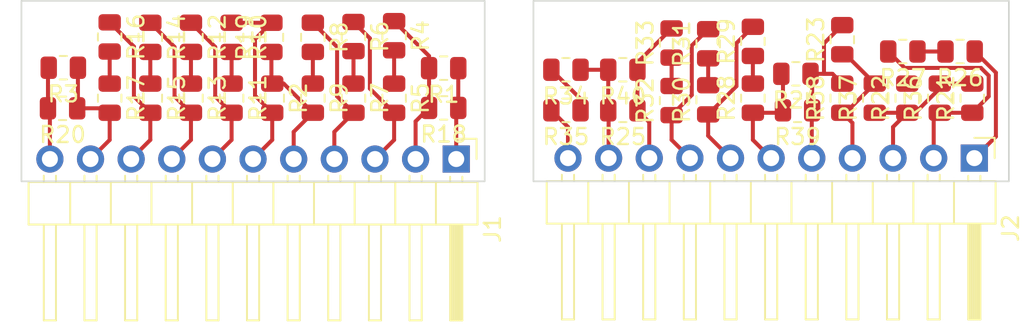
<source format=kicad_pcb>
(kicad_pcb (version 20211014) (generator pcbnew)
  (layers (0 "F.Cu" signal) (31 "B.Cu" signal) (34 "B.Paste" user) (35 "F.Paste" user) (36 "B.SilkS" user "B.Silkscreen") (37 "F.SilkS" user "F.Silkscreen") (38 "B.Mask" user) (39 "F.Mask" user) (44 "Edge.Cuts" user))
  (net 0 "")
  (net 1 "Net-(J1-Pad1)")
  (net 2 "Net-(J1-Pad2)")
  (net 3 "Net-(J1-Pad3)")
  (net 4 "Net-(J1-Pad4)")
  (net 5 "Net-(J1-Pad5)")
  (net 6 "Net-(J1-Pad6)")
  (net 7 "Net-(J1-Pad7)")
  (net 8 "Net-(J1-Pad8)")
  (net 9 "Net-(J1-Pad9)")
  (net 10 "Net-(J1-Pad10)")
  (net 11 "Net-(J1-Pad11)")
  (net 12 "Net-(J2-Pad1)")
  (net 13 "Net-(J2-Pad2)")
  (net 14 "Net-(J2-Pad3)")
  (net 15 "Net-(J2-Pad4)")
  (net 16 "Net-(J2-Pad5)")
  (net 17 "Net-(J2-Pad6)")
  (net 18 "Net-(J2-Pad7)")
  (net 19 "Net-(J2-Pad8)")
  (net 20 "Net-(J2-Pad9)")
  (net 21 "Net-(J2-Pad10)")
  (net 22 "Net-(J2-Pad11)")
  (net 23 "Net-(R4-Pad2)")
  (net 24 "Net-(R6-Pad2)")
  (net 25 "Net-(R8-Pad2)")
  (net 26 "Net-(R10-Pad2)")
  (net 27 "Net-(R12-Pad2)")
  (net 28 "Net-(R14-Pad2)")
  (net 29 "Net-(R16-Pad2)")
  (net 30 "Net-(R26-Pad2)")
  (net 31 "Net-(R28-Pad2)")
  (net 32 "Net-(R30-Pad2)")
  (net 33 "Net-(R32-Pad2)")
  (net 34 "Net-(R34-Pad2)")
  (footprint "Resistor_SMD:R_0805_2012Metric" (layer "F.Cu") (at 165.481 91.7175 90)
    (fp_text reference "R23" (at 0 -1.65 90) (layer "F.SilkS"))
    (fp_text value "4K7")
    (pad "1" smd roundrect (at -0.9125 0 90) (size 1.025 1.4) (layers "F.Cu" "F.Paste" "F.Mask") (roundrect_rratio 0.243902) (net 15 "Net-(J2-Pad4)"))
    (pad "2" smd roundrect (at 0.9125 0 90) (size 1.025 1.4) (layers "F.Cu" "F.Paste" "F.Mask") (roundrect_rratio 0.243902) (net 16 "Net-(J2-Pad5)"))
  )
  (footprint "Connector_PinHeader_2.54mm:PinHeader_1x11_P2.54mm_Horizontal" (layer "F.Cu") (at 173.736 99.13 -90)
    (fp_text reference "J2" (at 4.385 -2.27 90) (layer "F.SilkS"))
    (fp_text value "Module_2")
    (pad "1" thru_hole rect (at 0 0 270) (size 1.7 1.7) (drill 1) (layers *.Cu *.Mask) (net 12 "Net-(J2-Pad1)"))
    (pad "2" thru_hole oval (at 0 2.54 270) (size 1.7 1.7) (drill 1) (layers *.Cu *.Mask) (net 13 "Net-(J2-Pad2)"))
    (pad "3" thru_hole oval (at 0 5.08 270) (size 1.7 1.7) (drill 1) (layers *.Cu *.Mask) (net 14 "Net-(J2-Pad3)"))
    (pad "4" thru_hole oval (at 0 7.62 270) (size 1.7 1.7) (drill 1) (layers *.Cu *.Mask) (net 15 "Net-(J2-Pad4)"))
    (pad "5" thru_hole oval (at 0 10.16 270) (size 1.7 1.7) (drill 1) (layers *.Cu *.Mask) (net 16 "Net-(J2-Pad5)"))
    (pad "6" thru_hole oval (at 0 12.7 270) (size 1.7 1.7) (drill 1) (layers *.Cu *.Mask) (net 17 "Net-(J2-Pad6)"))
    (pad "7" thru_hole oval (at 0 15.24 270) (size 1.7 1.7) (drill 1) (layers *.Cu *.Mask) (net 18 "Net-(J2-Pad7)"))
    (pad "8" thru_hole oval (at 0 17.78 270) (size 1.7 1.7) (drill 1) (layers *.Cu *.Mask) (net 19 "Net-(J2-Pad8)"))
    (pad "9" thru_hole oval (at 0 20.32 270) (size 1.7 1.7) (drill 1) (layers *.Cu *.Mask) (net 20 "Net-(J2-Pad9)"))
    (pad "10" thru_hole oval (at 0 22.86 270) (size 1.7 1.7) (drill 1) (layers *.Cu *.Mask) (net 21 "Net-(J2-Pad10)"))
    (pad "11" thru_hole oval (at 0 25.4 270) (size 1.7 1.7) (drill 1) (layers *.Cu *.Mask) (net 22 "Net-(J2-Pad11)"))
  )
  (footprint "Resistor_SMD:R_0805_2012Metric" (layer "F.Cu") (at 132.3886 95.3751 -90)
    (fp_text reference "R9" (at 0 -1.65 90) (layer "F.SilkS"))
    (fp_text value "1K5")
    (pad "1" smd roundrect (at -0.9125 0 270) (size 1.025 1.4) (layers "F.Cu" "F.Paste" "F.Mask") (roundrect_rratio 0.243902) (net 25 "Net-(R8-Pad2)"))
    (pad "2" smd roundrect (at 0.9125 0 270) (size 1.025 1.4) (layers "F.Cu" "F.Paste" "F.Mask") (roundrect_rratio 0.243902) (net 5 "Net-(J1-Pad5)"))
  )
  (footprint "Resistor_SMD:R_0805_2012Metric" (layer "F.Cu") (at 129.8486 95.377 -90)
    (fp_text reference "R2" (at 0 -1.65 90) (layer "F.SilkS"))
    (fp_text value "27K")
    (pad "1" smd roundrect (at -0.9125 0 270) (size 1.025 1.4) (layers "F.Cu" "F.Paste" "F.Mask") (roundrect_rratio 0.243902) (net 5 "Net-(J1-Pad5)"))
    (pad "2" smd roundrect (at 0.9125 0 270) (size 1.025 1.4) (layers "F.Cu" "F.Paste" "F.Mask") (roundrect_rratio 0.243902) (net 6 "Net-(J1-Pad6)"))
  )
  (footprint "Resistor_SMD:R_0805_2012Metric" (layer "F.Cu") (at 151.765 96.139 180)
    (fp_text reference "R25" (at 0 -1.65) (layer "F.SilkS"))
    (fp_text value "5K6")
    (pad "1" smd roundrect (at -0.9125 0 180) (size 1.025 1.4) (layers "F.Cu" "F.Paste" "F.Mask") (roundrect_rratio 0.243902) (net 20 "Net-(J2-Pad9)"))
    (pad "2" smd roundrect (at 0.9125 0 180) (size 1.025 1.4) (layers "F.Cu" "F.Paste" "F.Mask") (roundrect_rratio 0.243902) (net 21 "Net-(J2-Pad10)"))
  )
  (footprint "Resistor_SMD:R_0805_2012Metric" (layer "F.Cu") (at 140.5655 93.4974 180)
    (fp_text reference "R1" (at 0 -1.65) (layer "F.SilkS"))
    (fp_text value "470K")
    (pad "1" smd roundrect (at -0.9125 0 180) (size 1.025 1.4) (layers "F.Cu" "F.Paste" "F.Mask") (roundrect_rratio 0.243902) (net 1 "Net-(J1-Pad1)"))
    (pad "2" smd roundrect (at 0.9125 0 180) (size 1.025 1.4) (layers "F.Cu" "F.Paste" "F.Mask") (roundrect_rratio 0.243902) (net 2 "Net-(J1-Pad2)"))
  )
  (footprint "Resistor_SMD:R_0805_2012Metric" (layer "F.Cu") (at 137.4686 95.3789 -90)
    (fp_text reference "R5" (at 0 -1.65 90) (layer "F.SilkS"))
    (fp_text value "1K5")
    (pad "1" smd roundrect (at -0.9125 0 270) (size 1.025 1.4) (layers "F.Cu" "F.Paste" "F.Mask") (roundrect_rratio 0.243902) (net 23 "Net-(R4-Pad2)"))
    (pad "2" smd roundrect (at 0.9125 0 270) (size 1.025 1.4) (layers "F.Cu" "F.Paste" "F.Mask") (roundrect_rratio 0.243902) (net 3 "Net-(J1-Pad3)"))
  )
  (footprint "Resistor_SMD:R_0805_2012Metric" (layer "F.Cu") (at 157.099 91.9715 90)
    (fp_text reference "R31" (at 0 -1.65 90) (layer "F.SilkS"))
    (fp_text value "4K7")
    (pad "1" smd roundrect (at -0.9125 0 90) (size 1.025 1.4) (layers "F.Cu" "F.Paste" "F.Mask") (roundrect_rratio 0.243902) (net 32 "Net-(R30-Pad2)"))
    (pad "2" smd roundrect (at 0.9125 0 90) (size 1.025 1.4) (layers "F.Cu" "F.Paste" "F.Mask") (roundrect_rratio 0.243902) (net 19 "Net-(J2-Pad8)"))
  )
  (footprint "Resistor_SMD:R_0805_2012Metric" (layer "F.Cu") (at 154.813 95.5275 90)
    (fp_text reference "R32" (at 0 -1.65 90) (layer "F.SilkS"))
    (fp_text value "470R")
    (pad "1" smd roundrect (at -0.9125 0 90) (size 1.025 1.4) (layers "F.Cu" "F.Paste" "F.Mask") (roundrect_rratio 0.243902) (net 19 "Net-(J2-Pad8)"))
    (pad "2" smd roundrect (at 0.9125 0 90) (size 1.025 1.4) (layers "F.Cu" "F.Paste" "F.Mask") (roundrect_rratio 0.243902) (net 33 "Net-(R32-Pad2)"))
  )
  (footprint "Resistor_SMD:R_0805_2012Metric" (layer "F.Cu") (at 159.893 95.377 90)
    (fp_text reference "R28" (at 0 -1.65 90) (layer "F.SilkS"))
    (fp_text value "680R")
    (pad "1" smd roundrect (at -0.9125 0 90) (size 1.025 1.4) (layers "F.Cu" "F.Paste" "F.Mask") (roundrect_rratio 0.243902) (net 17 "Net-(J2-Pad6)"))
    (pad "2" smd roundrect (at 0.9125 0 90) (size 1.025 1.4) (layers "F.Cu" "F.Paste" "F.Mask") (roundrect_rratio 0.243902) (net 31 "Net-(R28-Pad2)"))
  )
  (footprint "Resistor_SMD:R_0805_2012Metric" (layer "F.Cu") (at 124.7686 95.377 -90)
    (fp_text reference "R13" (at 0 -1.65 90) (layer "F.SilkS"))
    (fp_text value "2K7")
    (pad "1" smd roundrect (at -0.9125 0 270) (size 1.025 1.4) (layers "F.Cu" "F.Paste" "F.Mask") (roundrect_rratio 0.243902) (net 27 "Net-(R12-Pad2)"))
    (pad "2" smd roundrect (at 0.9125 0 270) (size 1.025 1.4) (layers "F.Cu" "F.Paste" "F.Mask") (roundrect_rratio 0.243902) (net 8 "Net-(J1-Pad8)"))
  )
  (footprint "Connector_PinHeader_2.54mm:PinHeader_1x11_P2.54mm_Horizontal" (layer "F.Cu") (at 141.351 99.187 -90)
    (fp_text reference "J1" (at 4.385 -2.27 90) (layer "F.SilkS"))
    (fp_text value "Module_1")
    (pad "1" thru_hole rect (at 0 0 270) (size 1.7 1.7) (drill 1) (layers *.Cu *.Mask) (net 1 "Net-(J1-Pad1)"))
    (pad "2" thru_hole oval (at 0 2.54 270) (size 1.7 1.7) (drill 1) (layers *.Cu *.Mask) (net 2 "Net-(J1-Pad2)"))
    (pad "3" thru_hole oval (at 0 5.08 270) (size 1.7 1.7) (drill 1) (layers *.Cu *.Mask) (net 3 "Net-(J1-Pad3)"))
    (pad "4" thru_hole oval (at 0 7.62 270) (size 1.7 1.7) (drill 1) (layers *.Cu *.Mask) (net 4 "Net-(J1-Pad4)"))
    (pad "5" thru_hole oval (at 0 10.16 270) (size 1.7 1.7) (drill 1) (layers *.Cu *.Mask) (net 5 "Net-(J1-Pad5)"))
    (pad "6" thru_hole oval (at 0 12.7 270) (size 1.7 1.7) (drill 1) (layers *.Cu *.Mask) (net 6 "Net-(J1-Pad6)"))
    (pad "7" thru_hole oval (at 0 15.24 270) (size 1.7 1.7) (drill 1) (layers *.Cu *.Mask) (net 7 "Net-(J1-Pad7)"))
    (pad "8" thru_hole oval (at 0 17.78 270) (size 1.7 1.7) (drill 1) (layers *.Cu *.Mask) (net 8 "Net-(J1-Pad8)"))
    (pad "9" thru_hole oval (at 0 20.32 270) (size 1.7 1.7) (drill 1) (layers *.Cu *.Mask) (net 9 "Net-(J1-Pad9)"))
    (pad "10" thru_hole oval (at 0 22.86 270) (size 1.7 1.7) (drill 1) (layers *.Cu *.Mask) (net 10 "Net-(J1-Pad10)"))
    (pad "11" thru_hole oval (at 0 25.4 270) (size 1.7 1.7) (drill 1) (layers *.Cu *.Mask) (net 11 "Net-(J1-Pad11)"))
  )
  (footprint "Resistor_SMD:R_0805_2012Metric" (layer "F.Cu") (at 151.765 93.599 180)
    (fp_text reference "R40" (at 0 -1.65) (layer "F.SilkS"))
    (fp_text value "270K")
    (pad "1" smd roundrect (at -0.9125 0 180) (size 1.025 1.4) (layers "F.Cu" "F.Paste" "F.Mask") (roundrect_rratio 0.243902) (net 20 "Net-(J2-Pad9)"))
    (pad "2" smd roundrect (at 0.9125 0 180) (size 1.025 1.4) (layers "F.Cu" "F.Paste" "F.Mask") (roundrect_rratio 0.243902) (net 21 "Net-(J2-Pad10)"))
  )
  (footprint "Resistor_SMD:R_0805_2012Metric" (layer "F.Cu") (at 116.7911 93.472 180)
    (fp_text reference "R3" (at 0 -1.65) (layer "F.SilkS"))
    (fp_text value "330K")
    (pad "1" smd roundrect (at -0.9125 0 180) (size 1.025 1.4) (layers "F.Cu" "F.Paste" "F.Mask") (roundrect_rratio 0.243902) (net 10 "Net-(J1-Pad10)"))
    (pad "2" smd roundrect (at 0.9125 0 180) (size 1.025 1.4) (layers "F.Cu" "F.Paste" "F.Mask") (roundrect_rratio 0.243902) (net 11 "Net-(J1-Pad11)"))
  )
  (footprint "Resistor_SMD:R_0805_2012Metric" (layer "F.Cu") (at 148.209 96.139 180)
    (fp_text reference "R35" (at 0 -1.65) (layer "F.SilkS"))
    (fp_text value "5K6")
    (pad "1" smd roundrect (at -0.9125 0 180) (size 1.025 1.4) (layers "F.Cu" "F.Paste" "F.Mask") (roundrect_rratio 0.243902) (net 34 "Net-(R34-Pad2)"))
    (pad "2" smd roundrect (at 0.9125 0 180) (size 1.025 1.4) (layers "F.Cu" "F.Paste" "F.Mask") (roundrect_rratio 0.243902) (net 22 "Net-(J2-Pad11)"))
  )
  (footprint "Resistor_SMD:R_0805_2012Metric" (layer "F.Cu") (at 137.4686 91.4673 -90)
    (fp_text reference "R4" (at 0 -1.65 90) (layer "F.SilkS"))
    (fp_text value "560R")
    (pad "1" smd roundrect (at -0.9125 0 270) (size 1.025 1.4) (layers "F.Cu" "F.Paste" "F.Mask") (roundrect_rratio 0.243902) (net 2 "Net-(J1-Pad2)"))
    (pad "2" smd roundrect (at 0.9125 0 270) (size 1.025 1.4) (layers "F.Cu" "F.Paste" "F.Mask") (roundrect_rratio 0.243902) (net 23 "Net-(R4-Pad2)"))
  )
  (footprint "Resistor_SMD:R_0805_2012Metric" (layer "F.Cu") (at 172.847 92.456 180)
    (fp_text reference "R26" (at 0 -1.65) (layer "F.SilkS"))
    (fp_text value "150R")
    (pad "1" smd roundrect (at -0.9125 0 180) (size 1.025 1.4) (layers "F.Cu" "F.Paste" "F.Mask") (roundrect_rratio 0.243902) (net 12 "Net-(J2-Pad1)"))
    (pad "2" smd roundrect (at 0.9125 0 180) (size 1.025 1.4) (layers "F.Cu" "F.Paste" "F.Mask") (roundrect_rratio 0.243902) (net 30 "Net-(R26-Pad2)"))
  )
  (footprint "Resistor_SMD:R_0805_2012Metric" (layer "F.Cu") (at 157.099 95.4805 90)
    (fp_text reference "R30" (at 0 -1.65 90) (layer "F.SilkS"))
    (fp_text value "150R")
    (pad "1" smd roundrect (at -0.9125 0 90) (size 1.025 1.4) (layers "F.Cu" "F.Paste" "F.Mask") (roundrect_rratio 0.243902) (net 18 "Net-(J2-Pad7)"))
    (pad "2" smd roundrect (at 0.9125 0 90) (size 1.025 1.4) (layers "F.Cu" "F.Paste" "F.Mask") (roundrect_rratio 0.243902) (net 32 "Net-(R30-Pad2)"))
  )
  (footprint "Resistor_SMD:R_0805_2012Metric" (layer "F.Cu") (at 162.687 96.139 180)
    (fp_text reference "R39" (at 0 -1.65) (layer "F.SilkS"))
    (fp_text value "12K")
    (pad "1" smd roundrect (at -0.9125 0 180) (size 1.025 1.4) (layers "F.Cu" "F.Paste" "F.Mask") (roundrect_rratio 0.243902) (net 16 "Net-(J2-Pad5)"))
    (pad "2" smd roundrect (at 0.9125 0 180) (size 1.025 1.4) (layers "F.Cu" "F.Paste" "F.Mask") (roundrect_rratio 0.243902) (net 17 "Net-(J2-Pad6)"))
  )
  (footprint "Resistor_SMD:R_0805_2012Metric" (layer "F.Cu") (at 127.3086 91.5689 -90)
    (fp_text reference "R10" (at 0 -1.65 90) (layer "F.SilkS"))
    (fp_text value "390R")
    (pad "1" smd roundrect (at -0.9125 0 270) (size 1.025 1.4) (layers "F.Cu" "F.Paste" "F.Mask") (roundrect_rratio 0.243902) (net 6 "Net-(J1-Pad6)"))
    (pad "2" smd roundrect (at 0.9125 0 270) (size 1.025 1.4) (layers "F.Cu" "F.Paste" "F.Mask") (roundrect_rratio 0.243902) (net 26 "Net-(R10-Pad2)"))
  )
  (footprint "Resistor_SMD:R_0805_2012Metric" (layer "F.Cu") (at 148.209 93.599 180)
    (fp_text reference "R34" (at 0 -1.65) (layer "F.SilkS"))
    (fp_text value "270R")
    (pad "1" smd roundrect (at -0.9125 0 180) (size 1.025 1.4) (layers "F.Cu" "F.Paste" "F.Mask") (roundrect_rratio 0.243902) (net 21 "Net-(J2-Pad10)"))
    (pad "2" smd roundrect (at 0.9125 0 180) (size 1.025 1.4) (layers "F.Cu" "F.Paste" "F.Mask") (roundrect_rratio 0.243902) (net 34 "Net-(R34-Pad2)"))
  )
  (footprint "Resistor_SMD:R_0805_2012Metric" (layer "F.Cu") (at 140.5655 95.9866 180)
    (fp_text reference "R18" (at 0 -1.65) (layer "F.SilkS"))
    (fp_text value "22K")
    (pad "1" smd roundrect (at -0.9125 0 180) (size 1.025 1.4) (layers "F.Cu" "F.Paste" "F.Mask") (roundrect_rratio 0.243902) (net 1 "Net-(J1-Pad1)"))
    (pad "2" smd roundrect (at 0.9125 0 180) (size 1.025 1.4) (layers "F.Cu" "F.Paste" "F.Mask") (roundrect_rratio 0.243902) (net 2 "Net-(J1-Pad2)"))
  )
  (footprint "Resistor_SMD:R_0805_2012Metric" (layer "F.Cu") (at 169.545 95.377 90)
    (fp_text reference "R22" (at 0 -1.65 90) (layer "F.SilkS"))
    (fp_text value "3K9")
    (pad "1" smd roundrect (at -0.9125 0 90) (size 1.025 1.4) (layers "F.Cu" "F.Paste" "F.Mask") (roundrect_rratio 0.243902) (net 14 "Net-(J2-Pad3)"))
    (pad "2" smd roundrect (at 0.9125 0 90) (size 1.025 1.4) (layers "F.Cu" "F.Paste" "F.Mask") (roundrect_rratio 0.243902) (net 15 "Net-(J2-Pad4)"))
  )
  (footprint "Resistor_SMD:R_0805_2012Metric" (layer "F.Cu") (at 119.6886 91.5435 -90)
    (fp_text reference "R16" (at 0 -1.65 90) (layer "F.SilkS"))
    (fp_text value "390R")
    (pad "1" smd roundrect (at -0.9125 0 270) (size 1.025 1.4) (layers "F.Cu" "F.Paste" "F.Mask") (roundrect_rratio 0.243902) (net 9 "Net-(J1-Pad9)"))
    (pad "2" smd roundrect (at 0.9125 0 270) (size 1.025 1.4) (layers "F.Cu" "F.Paste" "F.Mask") (roundrect_rratio 0.243902) (net 29 "Net-(R16-Pad2)"))
  )
  (footprint "Resistor_SMD:R_0805_2012Metric" (layer "F.Cu") (at 122.2286 95.377 -90)
    (fp_text reference "R15" (at 0 -1.65 90) (layer "F.SilkS"))
    (fp_text value "2K7")
    (pad "1" smd roundrect (at -0.9125 0 270) (size 1.025 1.4) (layers "F.Cu" "F.Paste" "F.Mask") (roundrect_rratio 0.243902) (net 28 "Net-(R14-Pad2)"))
    (pad "2" smd roundrect (at 0.9125 0 270) (size 1.025 1.4) (layers "F.Cu" "F.Paste" "F.Mask") (roundrect_rratio 0.243902) (net 9 "Net-(J1-Pad9)"))
  )
  (footprint "Resistor_SMD:R_0805_2012Metric" (layer "F.Cu") (at 129.7978 91.5689 90)
    (fp_text reference "R19" (at 0 -1.65 90) (layer "F.SilkS"))
    (fp_text value "2K7")
    (pad "1" smd roundrect (at -0.9125 0 90) (size 1.025 1.4) (layers "F.Cu" "F.Paste" "F.Mask") (roundrect_rratio 0.243902) (net 5 "Net-(J1-Pad5)"))
    (pad "2" smd roundrect (at 0.9125 0 90) (size 1.025 1.4) (layers "F.Cu" "F.Paste" "F.Mask") (roundrect_rratio 0.243902) (net 6 "Net-(J1-Pad6)"))
  )
  (footprint "Resistor_SMD:R_0805_2012Metric" (layer "F.Cu") (at 159.893 91.821 90)
    (fp_text reference "R29" (at 0 -1.65 90) (layer "F.SilkS"))
    (fp_text value "3K9")
    (pad "1" smd roundrect (at -0.9125 0 90) (size 1.025 1.4) (layers "F.Cu" "F.Paste" "F.Mask") (roundrect_rratio 0.243902) (net 31 "Net-(R28-Pad2)"))
    (pad "2" smd roundrect (at 0.9125 0 90) (size 1.025 1.4) (layers "F.Cu" "F.Paste" "F.Mask") (roundrect_rratio 0.243902) (net 18 "Net-(J2-Pad7)"))
  )
  (footprint "Resistor_SMD:R_0805_2012Metric" (layer "F.Cu") (at 134.9286 91.5181 -90)
    (fp_text reference "R6" (at 0 -1.65 90) (layer "F.SilkS"))
    (fp_text value "680R")
    (pad "1" smd roundrect (at -0.9125 0 270) (size 1.025 1.4) (layers "F.Cu" "F.Paste" "F.Mask") (roundrect_rratio 0.243902) (net 3 "Net-(J1-Pad3)"))
    (pad "2" smd roundrect (at 0.9125 0 270) (size 1.025 1.4) (layers "F.Cu" "F.Paste" "F.Mask") (roundrect_rratio 0.243902) (net 24 "Net-(R6-Pad2)"))
  )
  (footprint "Resistor_SMD:R_0805_2012Metric" (layer "F.Cu") (at 169.2675 92.456 180)
    (fp_text reference "R27" (at 0 -1.65) (layer "F.SilkS"))
    (fp_text value "3K3")
    (pad "1" smd roundrect (at -0.9125 0 180) (size 1.025 1.4) (layers "F.Cu" "F.Paste" "F.Mask") (roundrect_rratio 0.243902) (net 30 "Net-(R26-Pad2)"))
    (pad "2" smd roundrect (at 0.9125 0 180) (size 1.025 1.4) (layers "F.Cu" "F.Paste" "F.Mask") (roundrect_rratio 0.243902) (net 13 "Net-(J2-Pad2)"))
  )
  (footprint "Resistor_SMD:R_0805_2012Metric" (layer "F.Cu") (at 122.2286 91.5689 -90)
    (fp_text reference "R14" (at 0 -1.65 90) (layer "F.SilkS"))
    (fp_text value "220R")
    (pad "1" smd roundrect (at -0.9125 0 270) (size 1.025 1.4) (layers "F.Cu" "F.Paste" "F.Mask") (roundrect_rratio 0.243902) (net 8 "Net-(J1-Pad8)"))
    (pad "2" smd roundrect (at 0.9125 0 270) (size 1.025 1.4) (layers "F.Cu" "F.Paste" "F.Mask") (roundrect_rratio 0.243902) (net 28 "Net-(R14-Pad2)"))
  )
  (footprint "Resistor_SMD:R_0805_2012Metric" (layer "F.Cu") (at 165.481 95.377 90)
    (fp_text reference "R38" (at 0 -1.65 90) (layer "F.SilkS"))
    (fp_text value "33K")
    (pad "1" smd roundrect (at -0.9125 0 90) (size 1.025 1.4) (layers "F.Cu" "F.Paste" "F.Mask") (roundrect_rratio 0.243902) (net 15 "Net-(J2-Pad4)"))
    (pad "2" smd roundrect (at 0.9125 0 90) (size 1.025 1.4) (layers "F.Cu" "F.Paste" "F.Mask") (roundrect_rratio 0.243902) (net 16 "Net-(J2-Pad5)"))
  )
  (footprint "Resistor_SMD:R_0805_2012Metric" (layer "F.Cu") (at 173.609 95.377 90)
    (fp_text reference "R21" (at 0 -1.65 90) (layer "F.SilkS"))
    (fp_text value "3K9")
    (pad "1" smd roundrect (at -0.9125 0 90) (size 1.025 1.4) (layers "F.Cu" "F.Paste" "F.Mask") (roundrect_rratio 0.243902) (net 13 "Net-(J2-Pad2)"))
    (pad "2" smd roundrect (at 0.9125 0 90) (size 1.025 1.4) (layers "F.Cu" "F.Paste" "F.Mask") (roundrect_rratio 0.243902) (net 14 "Net-(J2-Pad3)"))
  )
  (footprint "Resistor_SMD:R_0805_2012Metric" (layer "F.Cu") (at 132.3886 91.567 -90)
    (fp_text reference "R8" (at 0 -1.65 90) (layer "F.SilkS"))
    (fp_text value "820R")
    (pad "1" smd roundrect (at -0.9125 0 270) (size 1.025 1.4) (layers "F.Cu" "F.Paste" "F.Mask") (roundrect_rratio 0.243902) (net 4 "Net-(J1-Pad4)"))
    (pad "2" smd roundrect (at 0.9125 0 270) (size 1.025 1.4) (layers "F.Cu" "F.Paste" "F.Mask") (roundrect_rratio 0.243902) (net 25 "Net-(R8-Pad2)"))
  )
  (footprint "Resistor_SMD:R_0805_2012Metric" (layer "F.Cu") (at 162.5835 93.853 180)
    (fp_text reference "R24" (at 0 -1.65) (layer "F.SilkS"))
    (fp_text value "6K8")
    (pad "1" smd roundrect (at -0.9125 0 180) (size 1.025 1.4) (layers "F.Cu" "F.Paste" "F.Mask") (roundrect_rratio 0.243902) (net 16 "Net-(J2-Pad5)"))
    (pad "2" smd roundrect (at 0.9125 0 180) (size 1.025 1.4) (layers "F.Cu" "F.Paste" "F.Mask") (roundrect_rratio 0.243902) (net 17 "Net-(J2-Pad6)"))
  )
  (footprint "Resistor_SMD:R_0805_2012Metric" (layer "F.Cu") (at 127.3086 95.377 -90)
    (fp_text reference "R11" (at 0 -1.65 90) (layer "F.SilkS"))
    (fp_text value "2K2")
    (pad "1" smd roundrect (at -0.9125 0 270) (size 1.025 1.4) (layers "F.Cu" "F.Paste" "F.Mask") (roundrect_rratio 0.243902) (net 26 "Net-(R10-Pad2)"))
    (pad "2" smd roundrect (at 0.9125 0 270) (size 1.025 1.4) (layers "F.Cu" "F.Paste" "F.Mask") (roundrect_rratio 0.243902) (net 7 "Net-(J1-Pad7)"))
  )
  (footprint "Resistor_SMD:R_0805_2012Metric" (layer "F.Cu") (at 119.6886 95.377 -90)
    (fp_text reference "R17" (at 0 -1.65 90) (layer "F.SilkS"))
    (fp_text value "2K7")
    (pad "1" smd roundrect (at -0.9125 0 270) (size 1.025 1.4) (layers "F.Cu" "F.Paste" "F.Mask") (roundrect_rratio 0.243902) (net 29 "Net-(R16-Pad2)"))
    (pad "2" smd roundrect (at 0.9125 0 270) (size 1.025 1.4) (layers "F.Cu" "F.Paste" "F.Mask") (roundrect_rratio 0.243902) (net 10 "Net-(J1-Pad10)"))
  )
  (footprint "Resistor_SMD:R_0805_2012Metric" (layer "F.Cu") (at 124.7686 91.567 -90)
    (fp_text reference "R12" (at 0 -1.65 90) (layer "F.SilkS"))
    (fp_text value "47R")
    (pad "1" smd roundrect (at -0.9125 0 270) (size 1.025 1.4) (layers "F.Cu" "F.Paste" "F.Mask") (roundrect_rratio 0.243902) (net 7 "Net-(J1-Pad7)"))
    (pad "2" smd roundrect (at 0.9125 0 270) (size 1.025 1.4) (layers "F.Cu" "F.Paste" "F.Mask") (roundrect_rratio 0.243902) (net 27 "Net-(R12-Pad2)"))
  )
  (footprint "Resistor_SMD:R_0805_2012Metric" (layer "F.Cu") (at 134.9286 95.377 -90)
    (fp_text reference "R7" (at 0 -1.65 90) (layer "F.SilkS"))
    (fp_text value "1K5")
    (pad "1" smd roundrect (at -0.9125 0 270) (size 1.025 1.4) (layers "F.Cu" "F.Paste" "F.Mask") (roundrect_rratio 0.243902) (net 24 "Net-(R6-Pad2)"))
    (pad "2" smd roundrect (at 0.9125 0 270) (size 1.025 1.4) (layers "F.Cu" "F.Paste" "F.Mask") (roundrect_rratio 0.243902) (net 4 "Net-(J1-Pad4)"))
  )
  (footprint "Resistor_SMD:R_0805_2012Metric" (layer "F.Cu") (at 167.513 95.377 90)
    (fp_text reference "R37" (at 0 -1.65 90) (layer "F.SilkS"))
    (fp_text value "820K")
    (pad "1" smd roundrect (at -0.9125 0 90) (size 1.025 1.4) (layers "F.Cu" "F.Paste" "F.Mask") (roundrect_rratio 0.243902) (net 14 "Net-(J2-Pad3)"))
    (pad "2" smd roundrect (at 0.9125 0 90) (size 1.025 1.4) (layers "F.Cu" "F.Paste" "F.Mask") (roundrect_rratio 0.243902) (net 15 "Net-(J2-Pad4)"))
  )
  (footprint "Resistor_SMD:R_0805_2012Metric" (layer "F.Cu") (at 154.813 91.9245 90)
    (fp_text reference "R33" (at 0 -1.65 90) (layer "F.SilkS"))
    (fp_text value "4K7")
    (pad "1" smd roundrect (at -0.9125 0 90) (size 1.025 1.4) (layers "F.Cu" "F.Paste" "F.Mask") (roundrect_rratio 0.243902) (net 33 "Net-(R32-Pad2)"))
    (pad "2" smd roundrect (at 0.9125 0 90) (size 1.025 1.4) (layers "F.Cu" "F.Paste" "F.Mask") (roundrect_rratio 0.243902) (net 20 "Net-(J2-Pad9)"))
  )
  (footprint "Resistor_SMD:R_0805_2012Metric" (layer "F.Cu") (at 171.577 95.377 90)
    (fp_text reference "R36" (at 0 -1.65 90) (layer "F.SilkS"))
    (fp_text value "56K")
    (pad "1" smd roundrect (at -0.9125 0 90) (size 1.025 1.4) (layers "F.Cu" "F.Paste" "F.Mask") (roundrect_rratio 0.243902) (net 13 "Net-(J2-Pad2)"))
    (pad "2" smd roundrect (at 0.9125 0 90) (size 1.025 1.4) (layers "F.Cu" "F.Paste" "F.Mask") (roundrect_rratio 0.243902) (net 14 "Net-(J2-Pad3)"))
  )
  (footprint "Resistor_SMD:R_0805_2012Metric" (layer "F.Cu") (at 116.7441 96.012 180)
    (fp_text reference "R20" (at 0 -1.65) (layer "F.SilkS"))
    (fp_text value "3K3")
    (pad "1" smd roundrect (at -0.9125 0 180) (size 1.025 1.4) (layers "F.Cu" "F.Paste" "F.Mask") (roundrect_rratio 0.243902) (net 10 "Net-(J1-Pad10)"))
    (pad "2" smd roundrect (at 0.9125 0 180) (size 1.025 1.4) (layers "F.Cu" "F.Paste" "F.Mask") (roundrect_rratio 0.243902) (net 11 "Net-(J1-Pad11)"))
  )
  (gr_rect (start 146.177 100.584) (end 175.895 89.281) (layer "Edge.Cuts") (width 0.1) (fill none))
  (gr_rect (start 114.173 100.584) (end 143.129 89.281) (layer "Edge.Cuts") (width 0.1) (fill none))
  (segment (start 141.351 96.1136) (end 141.351 99.187) (width 0.25) (layer "F.Cu") (net 1))
  (segment (start 141.478 93.4974) (end 141.478 95.9866) (width 0.25) (layer "F.Cu") (net 1))
  (segment (start 141.478 95.9866) (end 141.351 96.1136) (width 0.25) (layer "F.Cu") (net 1))
  (segment (start 139.653 95.9866) (end 140.0086 96.3422) (width 0.25) (layer "F.Cu") (net 2))
  (segment (start 139.653 93.4974) (end 139.653 95.9866) (width 0.25) (layer "F.Cu") (net 2))
  (segment (start 137.4686 90.5548) (end 139.653 92.7392) (width 0.25) (layer "F.Cu") (net 2))
  (segment (start 138.811 96.8286) (end 138.811 99.187) (width 0.25) (layer "F.Cu") (net 2))
  (segment (start 139.653 95.9866) (end 138.811 96.8286) (width 0.25) (layer "F.Cu") (net 2))
  (segment (start 139.653 92.7392) (end 139.653 93.4974) (width 0.25) (layer "F.Cu") (net 2))
  (segment (start 135.9536 91.6306) (end 135.9536 94.7764) (width 0.25) (layer "F.Cu") (net 3))
  (segment (start 137.4686 96.2914) (end 137.4686 97.9894) (width 0.25) (layer "F.Cu") (net 3))
  (segment (start 134.9286 90.6056) (end 135.9536 91.6306) (width 0.25) (layer "F.Cu") (net 3))
  (segment (start 137.4686 97.9894) (end 136.271 99.187) (width 0.25) (layer "F.Cu") (net 3))
  (segment (start 135.9536 94.7764) (end 137.4686 96.2914) (width 0.25) (layer "F.Cu") (net 3))
  (segment (start 133.9036 92.1695) (end 133.9036 95.2645) (width 0.25) (layer "F.Cu") (net 4))
  (segment (start 132.3886 90.6545) (end 133.9036 92.1695) (width 0.25) (layer "F.Cu") (net 4))
  (segment (start 134.9286 96.2895) (end 133.731 97.4871) (width 0.25) (layer "F.Cu") (net 4))
  (segment (start 133.9036 95.2645) (end 134.9286 96.2895) (width 0.25) (layer "F.Cu") (net 4))
  (segment (start 133.731 97.4871) (end 133.731 99.187) (width 0.25) (layer "F.Cu") (net 4))
  (segment (start 131.191 97.4852) (end 131.191 99.187) (width 0.25) (layer "F.Cu") (net 5))
  (segment (start 129.7978 92.4814) (end 129.7978 94.4137) (width 0.25) (layer "F.Cu") (net 5))
  (segment (start 129.8486 94.4645) (end 130.5655 94.4645) (width 0.25) (layer "F.Cu") (net 5))
  (segment (start 130.5655 94.4645) (end 132.3886 96.2876) (width 0.25) (layer "F.Cu") (net 5))
  (segment (start 132.3886 96.2876) (end 131.191 97.4852) (width 0.25) (layer "F.Cu") (net 5))
  (segment (start 129.7978 94.4137) (end 129.8486 94.4645) (width 0.25) (layer "F.Cu") (net 5))
  (segment (start 128.7728 95.2137) (end 129.8486 96.2895) (width 0.25) (layer "F.Cu") (net 6))
  (segment (start 129.7978 90.6564) (end 128.7728 91.6814) (width 0.25) (layer "F.Cu") (net 6))
  (segment (start 129.8486 96.2895) (end 129.8486 97.9894) (width 0.25) (layer "F.Cu") (net 6))
  (segment (start 127.3086 90.6564) (end 129.7978 90.6564) (width 0.25) (layer "F.Cu") (net 6))
  (segment (start 129.8486 97.9894) (end 128.651 99.187) (width 0.25) (layer "F.Cu") (net 6))
  (segment (start 128.7728 91.6814) (end 128.7728 95.2137) (width 0.25) (layer "F.Cu") (net 6))
  (segment (start 126.2836 95.2645) (end 127.3086 96.2895) (width 0.25) (layer "F.Cu") (net 7))
  (segment (start 126.2836 92.1695) (end 126.2836 95.2645) (width 0.25) (layer "F.Cu") (net 7))
  (segment (start 127.3086 96.2895) (end 127.3086 97.9894) (width 0.25) (layer "F.Cu") (net 7))
  (segment (start 127.3086 97.9894) (end 126.111 99.187) (width 0.25) (layer "F.Cu") (net 7))
  (segment (start 124.7686 90.6545) (end 126.2836 92.1695) (width 0.25) (layer "F.Cu") (net 7))
  (segment (start 124.7686 97.9894) (end 123.571 99.187) (width 0.25) (layer "F.Cu") (net 8))
  (segment (start 123.7436 95.2645) (end 124.7686 96.2895) (width 0.25) (layer "F.Cu") (net 8))
  (segment (start 123.7436 92.1714) (end 123.7436 95.2645) (width 0.25) (layer "F.Cu") (net 8))
  (segment (start 124.7686 96.2895) (end 124.7686 97.9894) (width 0.25) (layer "F.Cu") (net 8))
  (segment (start 122.2286 90.6564) (end 123.7436 92.1714) (width 0.25) (layer "F.Cu") (net 8))
  (segment (start 121.2036 95.2645) (end 122.2286 96.2895) (width 0.25) (layer "F.Cu") (net 9))
  (segment (start 122.2286 97.9894) (end 121.031 99.187) (width 0.25) (layer "F.Cu") (net 9))
  (segment (start 122.2286 96.2895) (end 122.2286 97.9894) (width 0.25) (layer "F.Cu") (net 9))
  (segment (start 121.2036 92.146) (end 121.2036 95.2645) (width 0.25) (layer "F.Cu") (net 9))
  (segment (start 119.6886 90.631) (end 121.2036 92.146) (width 0.25) (layer "F.Cu") (net 9))
  (segment (start 119.4111 96.012) (end 119.6886 96.2895) (width 0.25) (layer "F.Cu") (net 10))
  (segment (start 117.6566 96.012) (end 119.4111 96.012) (width 0.25) (layer "F.Cu") (net 10))
  (segment (start 119.6886 97.9894) (end 118.491 99.187) (width 0.25) (layer "F.Cu") (net 10))
  (segment (start 117.7036 95.965) (end 117.6566 96.012) (width 0.25) (layer "F.Cu") (net 10))
  (segment (start 119.6886 96.2895) (end 119.6886 97.9894) (width 0.25) (layer "F.Cu") (net 10))
  (segment (start 117.7036 93.472) (end 117.7036 95.965) (width 0.25) (layer "F.Cu") (net 10))
  (segment (start 115.8316 93.519) (end 115.8786 93.472) (width 0.25) (layer "F.Cu") (net 11))
  (segment (start 115.951 96.1314) (end 115.951 99.187) (width 0.25) (layer "F.Cu") (net 11))
  (segment (start 115.8316 96.012) (end 115.951 96.1314) (width 0.25) (layer "F.Cu") (net 11))
  (segment (start 115.8316 96.012) (end 115.8316 93.519) (width 0.25) (layer "F.Cu") (net 11))
  (segment (start 175.084 93.777431) (end 175.084 97.782) (width 0.25) (layer "F.Cu") (net 12))
  (segment (start 173.762569 92.456) (end 175.084 93.777431) (width 0.25) (layer "F.Cu") (net 12))
  (segment (start 175.084 97.782) (end 173.736 99.13) (width 0.25) (layer "F.Cu") (net 12))
  (segment (start 173.7595 92.456) (end 173.762569 92.456) (width 0.25) (layer "F.Cu") (net 12))
  (segment (start 174.151173 93.481) (end 169.38 93.481) (width 0.25) (layer "F.Cu") (net 13))
  (segment (start 174.634 93.963827) (end 174.151173 93.481) (width 0.25) (layer "F.Cu") (net 13))
  (segment (start 169.38 93.481) (end 168.355 92.456) (width 0.25) (layer "F.Cu") (net 13))
  (segment (start 171.196 99.13) (end 171.196 96.6705) (width 0.25) (layer "F.Cu") (net 13))
  (segment (start 171.196 96.6705) (end 171.577 96.2895) (width 0.25) (layer "F.Cu") (net 13))
  (segment (start 174.634 95.2645) (end 174.634 93.963827) (width 0.25) (layer "F.Cu") (net 13))
  (segment (start 173.609 96.2895) (end 171.577 96.2895) (width 0.25) (layer "F.Cu") (net 13))
  (segment (start 173.609 96.2895) (end 174.634 95.2645) (width 0.25) (layer "F.Cu") (net 13))
  (segment (start 168.656 97.1785) (end 169.545 96.2895) (width 0.25) (layer "F.Cu") (net 14))
  (segment (start 170.051327 96.2895) (end 171.577 94.763827) (width 0.25) (layer "F.Cu") (net 14))
  (segment (start 168.656 99.13) (end 168.656 97.1785) (width 0.25) (layer "F.Cu") (net 14))
  (segment (start 167.513 96.2895) (end 169.545 96.2895) (width 0.25) (layer "F.Cu") (net 14))
  (segment (start 171.577 94.763827) (end 171.577 94.4645) (width 0.25) (layer "F.Cu") (net 14))
  (segment (start 173.609 94.4645) (end 171.577 94.4645) (width 0.25) (layer "F.Cu") (net 14))
  (segment (start 169.545 96.2895) (end 170.051327 96.2895) (width 0.25) (layer "F.Cu") (net 14))
  (segment (start 166.116 96.9245) (end 166.116 99.13) (width 0.25) (layer "F.Cu") (net 15))
  (segment (start 165.481 96.2895) (end 165.688 96.2895) (width 0.25) (layer "F.Cu") (net 15))
  (segment (start 165.688 96.2895) (end 167.513 94.4645) (width 0.25) (layer "F.Cu") (net 15))
  (segment (start 165.6785 92.63) (end 167.513 94.4645) (width 0.25) (layer "F.Cu") (net 15))
  (segment (start 165.481 92.63) (end 165.6785 92.63) (width 0.25) (layer "F.Cu") (net 15))
  (segment (start 165.481 96.2895) (end 166.116 96.9245) (width 0.25) (layer "F.Cu") (net 15))
  (segment (start 163.496 93.853) (end 164.8695 93.853) (width 0.25) (layer "F.Cu") (net 16))
  (segment (start 163.576 96.1625) (end 163.5995 96.139) (width 0.25) (layer "F.Cu") (net 16))
  (segment (start 164.8695 93.853) (end 165.481 94.4645) (width 0.25) (layer "F.Cu") (net 16))
  (segment (start 164.338 93.853) (end 164.8695 93.853) (width 0.25) (layer "F.Cu") (net 16))
  (segment (start 163.5995 93.9565) (end 163.496 93.853) (width 0.25) (layer "F.Cu") (net 16))
  (segment (start 165.481 90.805) (end 164.338 91.948) (width 0.25) (layer "F.Cu") (net 16))
  (segment (start 163.576 99.13) (end 163.576 96.1625) (width 0.25) (layer "F.Cu") (net 16))
  (segment (start 163.5995 96.139) (end 163.5995 93.9565) (width 0.25) (layer "F.Cu") (net 16))
  (segment (start 164.338 91.948) (end 164.338 93.853) (width 0.25) (layer "F.Cu") (net 16))
  (segment (start 161.7745 93.9565) (end 161.671 93.853) (width 0.25) (layer "F.Cu") (net 17))
  (segment (start 159.893 96.2895) (end 159.893 97.987) (width 0.25) (layer "F.Cu") (net 17))
  (segment (start 161.7745 96.139) (end 161.7745 93.9565) (width 0.25) (layer "F.Cu") (net 17))
  (segment (start 161.624 96.2895) (end 161.7745 96.139) (width 0.25) (layer "F.Cu") (net 17))
  (segment (start 159.893 97.987) (end 161.036 99.13) (width 0.25) (layer "F.Cu") (net 17))
  (segment (start 159.893 96.2895) (end 161.624 96.2895) (width 0.25) (layer "F.Cu") (net 17))
  (segment (start 158.868 91.9335) (end 159.893 90.9085) (width 0.25) (layer "F.Cu") (net 18))
  (segment (start 158.868 94.624) (end 158.868 91.9335) (width 0.25) (layer "F.Cu") (net 18))
  (segment (start 157.099 97.733) (end 158.496 99.13) (width 0.25) (layer "F.Cu") (net 18))
  (segment (start 157.099 96.393) (end 158.868 94.624) (width 0.25) (layer "F.Cu") (net 18))
  (segment (start 157.099 96.393) (end 157.099 97.733) (width 0.25) (layer "F.Cu") (net 18))
  (segment (start 154.813 97.987) (end 155.956 99.13) (width 0.25) (layer "F.Cu") (net 19))
  (segment (start 154.813 96.44) (end 156.074 95.179) (width 0.25) (layer "F.Cu") (net 19))
  (segment (start 156.074 92.084) (end 157.099 91.059) (width 0.25) (layer "F.Cu") (net 19))
  (segment (start 154.813 96.44) (end 154.813 97.987) (width 0.25) (layer "F.Cu") (net 19))
  (segment (start 156.074 95.179) (end 156.074 92.084) (width 0.25) (layer "F.Cu") (net 19))
  (segment (start 152.6775 93.1475) (end 154.813 91.012) (width 0.25) (layer "F.Cu") (net 20))
  (segment (start 153.416 96.8775) (end 152.6775 96.139) (width 0.25) (layer "F.Cu") (net 20))
  (segment (start 152.6775 93.599) (end 152.6775 93.1475) (width 0.25) (layer "F.Cu") (net 20))
  (segment (start 152.6775 96.139) (end 152.6775 93.599) (width 0.25) (layer "F.Cu") (net 20))
  (segment (start 153.416 99.13) (end 153.416 96.8775) (width 0.25) (layer "F.Cu") (net 20))
  (segment (start 150.876 96.1625) (end 150.876 99.13) (width 0.25) (layer "F.Cu") (net 21))
  (segment (start 149.1215 93.599) (end 150.8525 93.599) (width 0.25) (layer "F.Cu") (net 21))
  (segment (start 150.8525 96.139) (end 150.876 96.1625) (width 0.25) (layer "F.Cu") (net 21))
  (segment (start 150.8525 93.599) (end 150.8525 96.139) (width 0.25) (layer "F.Cu") (net 21))
  (segment (start 148.336 97.1785) (end 147.2965 96.139) (width 0.25) (layer "F.Cu") (net 22))
  (segment (start 148.336 99.13) (end 148.336 97.1785) (width 0.25) (layer "F.Cu") (net 22))
  (segment (start 137.4686 94.4664) (end 137.4686 92.3798) (width 0.25) (layer "F.Cu") (net 23))
  (segment (start 134.9286 94.4645) (end 134.9286 92.4306) (width 0.25) (layer "F.Cu") (net 24))
  (segment (start 132.3886 94.4626) (end 132.3886 92.4795) (width 0.25) (layer "F.Cu") (net 25))
  (segment (start 127.3086 94.4645) (end 127.3086 92.4814) (width 0.25) (layer "F.Cu") (net 26))
  (segment (start 124.7686 94.4645) (end 124.7686 92.4795) (width 0.25) (layer "F.Cu") (net 27))
  (segment (start 122.2286 94.4645) (end 122.2286 92.4814) (width 0.25) (layer "F.Cu") (net 28))
  (segment (start 119.6886 94.4645) (end 119.6886 92.456) (width 0.25) (layer "F.Cu") (net 29))
  (segment (start 170.18 92.456) (end 171.9345 92.456) (width 0.25) (layer "F.Cu") (net 30))
  (segment (start 159.893 92.7335) (end 159.893 94.4645) (width 0.25) (layer "F.Cu") (net 31))
  (segment (start 157.099 92.884) (end 157.099 94.568) (width 0.25) (layer "F.Cu") (net 32))
  (segment (start 154.813 92.837) (end 154.813 94.615) (width 0.25) (layer "F.Cu") (net 33))
  (segment (start 149.1215 96.139) (end 149.1215 95.424) (width 0.25) (layer "F.Cu") (net 34))
  (segment (start 149.1215 95.424) (end 147.2965 93.599) (width 0.25) (layer "F.Cu") (net 34))
)
</source>
